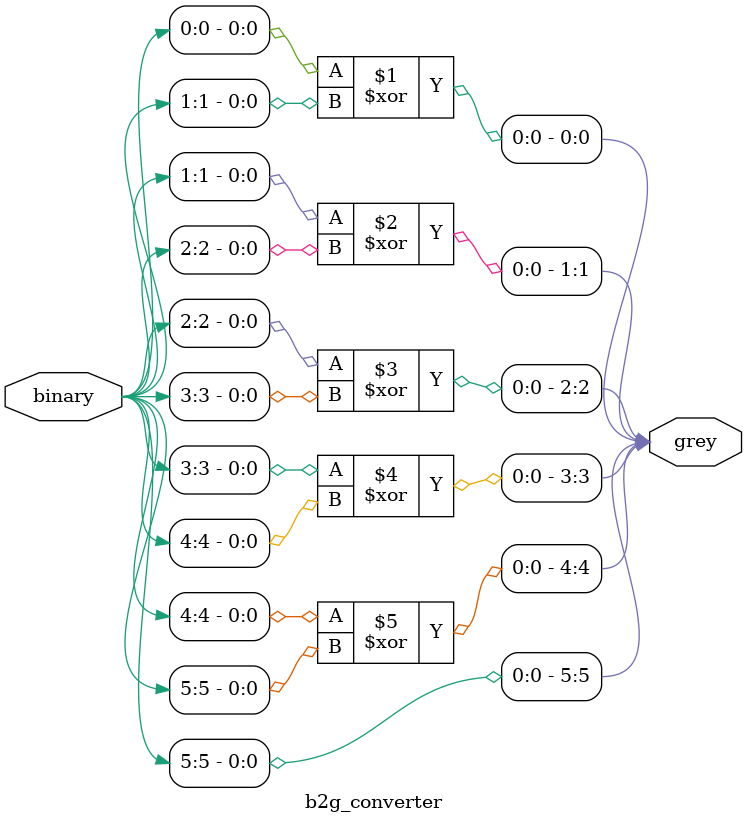
<source format=sv>
/*////////////////////////////////////////////////////////////////////////////////////////////////////////////////
* File Name : b2g_converter.sv

* Purpose :

* Creation Date : 10-02-2023

* Last Modified : Fri 10 Feb 2023 03:16:41 AM IST

* Created By :  

////////////////////////////////////////////////////////////////////////////////////////////////////////////////*/

module b2g_converter #(parameter WIDTH = 6)                 // binary to gray code converter
                        (output bit [WIDTH-1:0] grey,
                         input bit [WIDTH-1:0] binary);

    assign grey[WIDTH-1] = binary[WIDTH-1];

    genvar i;
    generate 
        for(i = 0;i<WIDTH-1;i++) begin : binary_to_grey
            assign grey[i] = binary[i] ^ binary[i+1];
            end
    endgenerate 
endmodule


</source>
